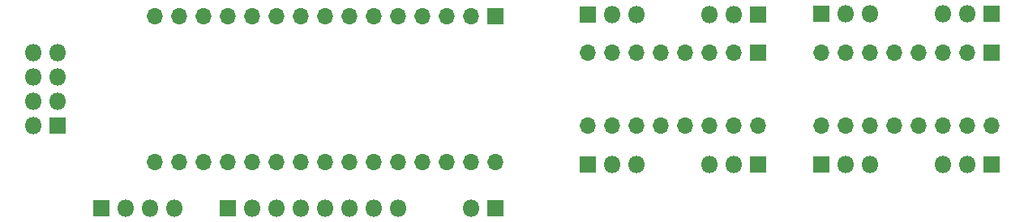
<source format=gbs>
G04 #@! TF.GenerationSoftware,KiCad,Pcbnew,(5.1.6)-1*
G04 #@! TF.CreationDate,2020-11-15T20:59:01+05:30*
G04 #@! TF.ProjectId,Bot_Controller,426f745f-436f-46e7-9472-6f6c6c65722e,rev?*
G04 #@! TF.SameCoordinates,Original*
G04 #@! TF.FileFunction,Soldermask,Bot*
G04 #@! TF.FilePolarity,Negative*
%FSLAX46Y46*%
G04 Gerber Fmt 4.6, Leading zero omitted, Abs format (unit mm)*
G04 Created by KiCad (PCBNEW (5.1.6)-1) date 2020-11-15 20:59:01*
%MOMM*%
%LPD*%
G01*
G04 APERTURE LIST*
%ADD10O,1.700000X1.700000*%
%ADD11R,1.700000X1.700000*%
%ADD12O,1.800000X1.800000*%
%ADD13R,1.800000X1.800000*%
G04 APERTURE END LIST*
D10*
G04 #@! TO.C,A1*
X15748000Y6858000D03*
X15748000Y22098000D03*
X51308000Y6858000D03*
X18288000Y22098000D03*
X48768000Y6858000D03*
X20828000Y22098000D03*
X46228000Y6858000D03*
X23368000Y22098000D03*
X43688000Y6858000D03*
X25908000Y22098000D03*
X41148000Y6858000D03*
X28448000Y22098000D03*
X38608000Y6858000D03*
X30988000Y22098000D03*
X36068000Y6858000D03*
X33528000Y22098000D03*
X33528000Y6858000D03*
X36068000Y22098000D03*
X30988000Y6858000D03*
X38608000Y22098000D03*
X28448000Y6858000D03*
X41148000Y22098000D03*
X25908000Y6858000D03*
X43688000Y22098000D03*
X23368000Y6858000D03*
X46228000Y22098000D03*
X20828000Y6858000D03*
X48768000Y22098000D03*
X18288000Y6858000D03*
D11*
X51308000Y22098000D03*
G04 #@! TD*
D12*
G04 #@! TO.C,J1*
X48768000Y2032000D03*
D13*
X51308000Y2032000D03*
G04 #@! TD*
D12*
G04 #@! TO.C,LF1*
X66040000Y22225000D03*
X63500000Y22225000D03*
D13*
X60960000Y22225000D03*
G04 #@! TD*
D12*
G04 #@! TO.C,LF2*
X73660000Y22225000D03*
X76200000Y22225000D03*
D13*
X78740000Y22225000D03*
G04 #@! TD*
D12*
G04 #@! TO.C,LB1*
X98044000Y6604000D03*
X100584000Y6604000D03*
D13*
X103124000Y6604000D03*
G04 #@! TD*
D12*
G04 #@! TO.C,LB2*
X90424000Y6604000D03*
X87884000Y6604000D03*
D13*
X85344000Y6604000D03*
G04 #@! TD*
D12*
G04 #@! TO.C,J6*
X90424000Y22352000D03*
X87884000Y22352000D03*
D13*
X85344000Y22352000D03*
G04 #@! TD*
D12*
G04 #@! TO.C,RF2*
X98044000Y22352000D03*
X100584000Y22352000D03*
D13*
X103124000Y22352000D03*
G04 #@! TD*
D12*
G04 #@! TO.C,RB1*
X73660000Y6604000D03*
X76200000Y6604000D03*
D13*
X78740000Y6604000D03*
G04 #@! TD*
D12*
G04 #@! TO.C,RB2*
X66040000Y6604000D03*
X63500000Y6604000D03*
D13*
X60960000Y6604000D03*
G04 #@! TD*
D12*
G04 #@! TO.C,J11*
X41148000Y2032000D03*
X38608000Y2032000D03*
X36068000Y2032000D03*
X33528000Y2032000D03*
X30988000Y2032000D03*
X28448000Y2032000D03*
X25908000Y2032000D03*
D13*
X23368000Y2032000D03*
G04 #@! TD*
D10*
G04 #@! TO.C,U1*
X103124000Y10668000D03*
X85344000Y18288000D03*
X100584000Y10668000D03*
X87884000Y18288000D03*
X98044000Y10668000D03*
X90424000Y18288000D03*
X95504000Y10668000D03*
X92964000Y18288000D03*
X92964000Y10668000D03*
X95504000Y18288000D03*
X90424000Y10668000D03*
X98044000Y18288000D03*
X87884000Y10668000D03*
X100584000Y18288000D03*
X85344000Y10668000D03*
D11*
X103124000Y18288000D03*
G04 #@! TD*
D10*
G04 #@! TO.C,U2*
X78740000Y10668000D03*
X60960000Y18288000D03*
X76200000Y10668000D03*
X63500000Y18288000D03*
X73660000Y10668000D03*
X66040000Y18288000D03*
X71120000Y10668000D03*
X68580000Y18288000D03*
X68580000Y10668000D03*
X71120000Y18288000D03*
X66040000Y10668000D03*
X73660000Y18288000D03*
X63500000Y10668000D03*
X76200000Y18288000D03*
X60960000Y10668000D03*
D11*
X78740000Y18288000D03*
G04 #@! TD*
D12*
G04 #@! TO.C,J10*
X3048000Y18288000D03*
X5588000Y18288000D03*
X3048000Y15748000D03*
X5588000Y15748000D03*
X3048000Y13208000D03*
X5588000Y13208000D03*
X3048000Y10668000D03*
D13*
X5588000Y10668000D03*
G04 #@! TD*
G04 #@! TO.C,J2*
X10160000Y2032000D03*
D12*
X12700000Y2032000D03*
X15240000Y2032000D03*
X17780000Y2032000D03*
G04 #@! TD*
M02*

</source>
